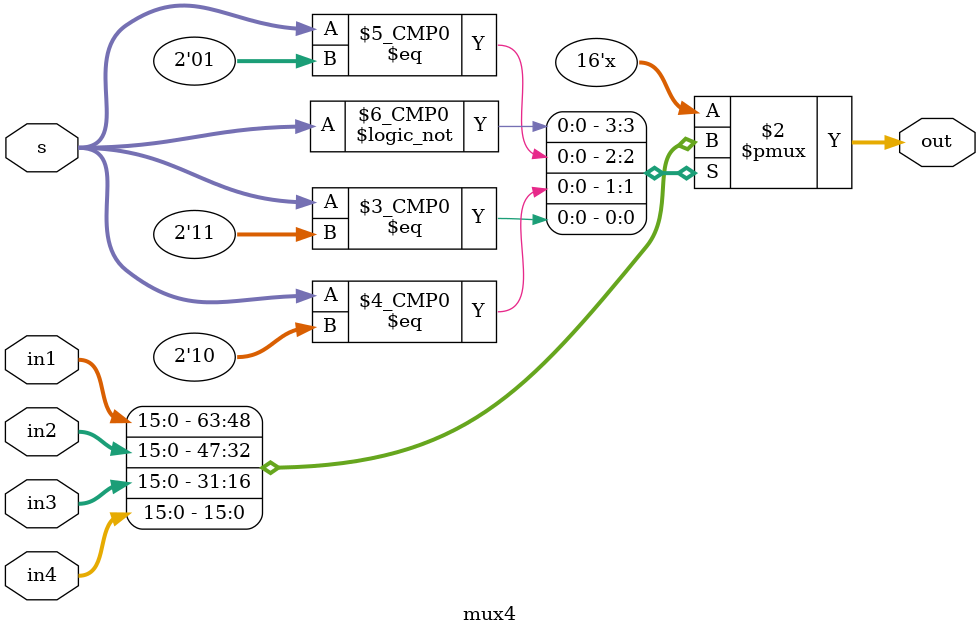
<source format=v>
module mux4(
    input [15:0] in1, in2, in3, in4,
    input [1:0] s,
    output reg [15:0] out
    );

    always@(*)
        case (s)
            2'b 00: out = in1;
            2'b 01: out = in2;
            2'b 10: out = in3;
            2'b 11: out = in4;
            default: out = out;
        endcase
endmodule

</source>
